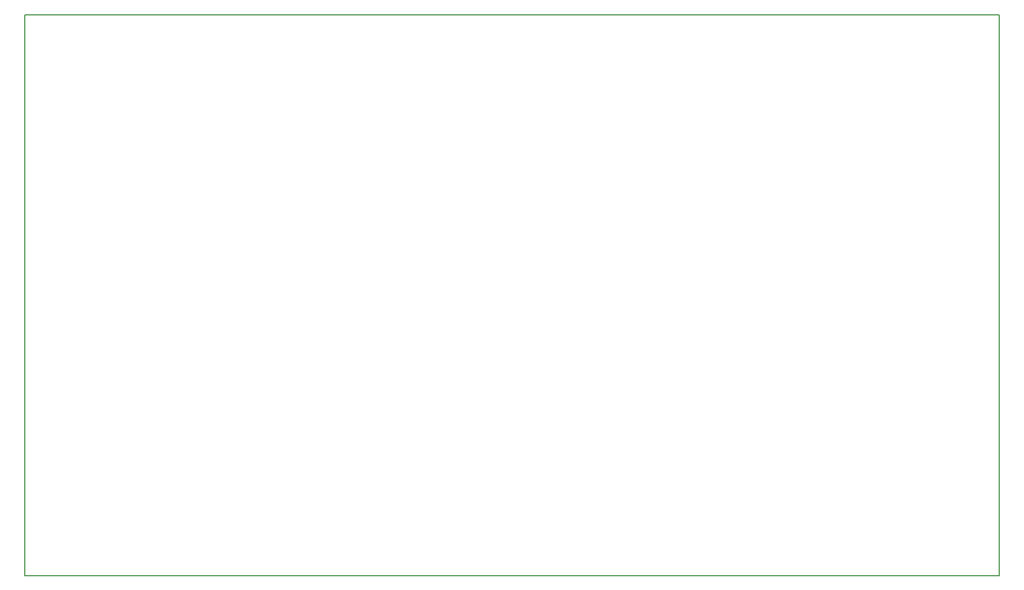
<source format=gm1>
G04 #@! TF.GenerationSoftware,KiCad,Pcbnew,9.0.5*
G04 #@! TF.CreationDate,2025-12-17T13:43:09-06:00*
G04 #@! TF.ProjectId,SensorBoard,53656e73-6f72-4426-9f61-72642e6b6963,v8.0.2*
G04 #@! TF.SameCoordinates,Original*
G04 #@! TF.FileFunction,Profile,NP*
%FSLAX46Y46*%
G04 Gerber Fmt 4.6, Leading zero omitted, Abs format (unit mm)*
G04 Created by KiCad (PCBNEW 9.0.5) date 2025-12-17 13:43:09*
%MOMM*%
%LPD*%
G01*
G04 APERTURE LIST*
G04 #@! TA.AperFunction,Profile*
%ADD10C,0.150000*%
G04 #@! TD*
G04 APERTURE END LIST*
D10*
X49530000Y-33020000D02*
X199390000Y-33020000D01*
X199390000Y-119380000D01*
X49530000Y-119380000D01*
X49530000Y-33020000D01*
M02*

</source>
